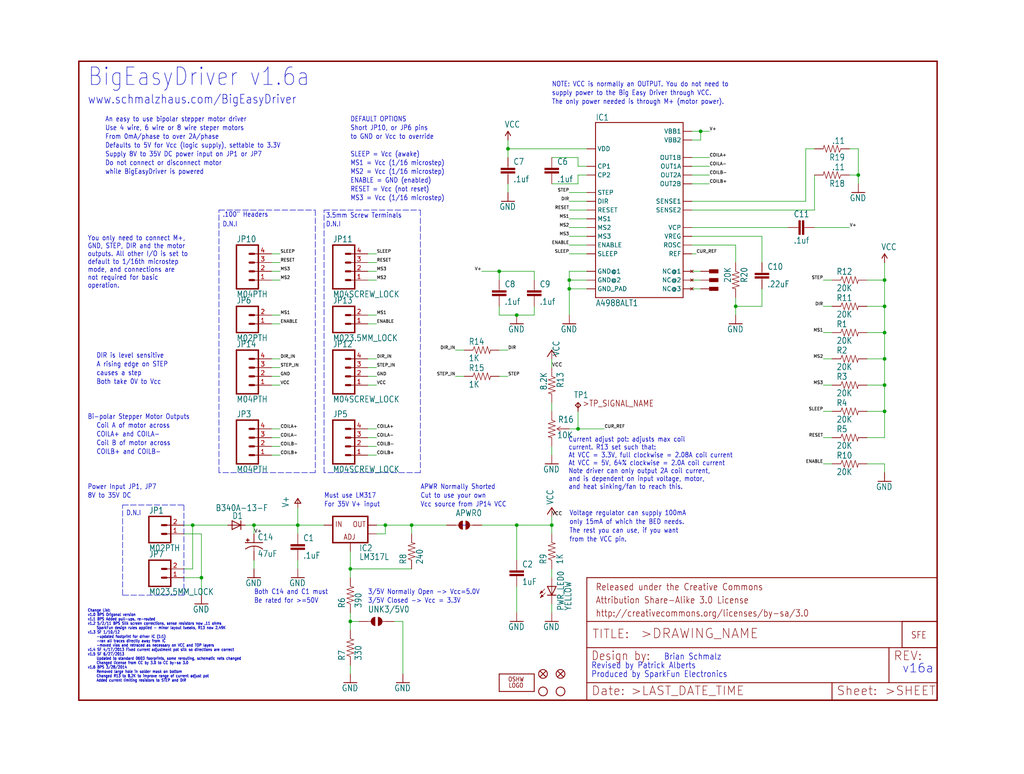
<source format=kicad_sch>
(kicad_sch (version 20211123) (generator eeschema)
  (paper "User" 297.002 224.688)
  (junction (at 256.54 104.14))
  (junction (at 165.1 81.28))
  (junction (at 167.64 124.46))
  (junction (at 73.66 152.4))
  (junction (at 256.54 119.38))
  (junction (at 55.88 152.4))
  (junction (at 165.1 83.82))
  (junction (at 58.42 167.64))
  (junction (at 101.6 180.34))
  (junction (at 256.54 81.28))
  (junction (at 248.92 50.8))
  (junction (at 256.54 88.9))
  (junction (at 119.38 152.4))
  (junction (at 160.02 152.4))
  (junction (at 149.86 152.4))
  (junction (at 101.6 165.1))
  (junction (at 203.2 38.1))
  (junction (at 86.36 152.4))
  (junction (at 256.54 96.52))
  (junction (at 256.54 111.76))
  (junction (at 111.76 152.4))
  (junction (at 149.86 91.44))
  (junction (at 213.36 88.9))
  (junction (at 147.32 43.18))
  (junction (at 144.78 78.74))
  (wire (pts (xy 167.64 124.46) (xy 175.26 124.46)))
  (wire (pts (xy 101.6 165.1) (xy 101.6 167.64)))
  (wire (pts (xy 200.66 68.58) (xy 220.98 68.58)))
  (wire (pts (xy 144.78 81.28) (xy 144.78 78.74)))
  (wire (pts (xy 203.2 40.64) (xy 203.2 38.1)))
  (wire (pts (xy 149.86 91.44) (xy 154.94 91.44)))
  (wire (pts (xy 170.18 60.96) (xy 165.1 60.96)))
  (wire (pts (xy 101.6 182.88) (xy 101.6 180.34)))
  (wire (pts (xy 106.68 129.54) (xy 109.22 129.54)))
  (polyline (pts (xy 91.44 137.16) (xy 63.5 137.16)))
  (wire (pts (xy 101.6 193.04) (xy 101.6 195.58)))
  (wire (pts (xy 233.68 58.42) (xy 233.68 43.18)))
  (wire (pts (xy 251.46 119.38) (xy 256.54 119.38)))
  (wire (pts (xy 170.18 48.26) (xy 167.64 48.26)))
  (wire (pts (xy 170.18 81.28) (xy 165.1 81.28)))
  (wire (pts (xy 71.12 152.4) (xy 73.66 152.4)))
  (wire (pts (xy 167.64 45.72) (xy 160.02 45.72)))
  (wire (pts (xy 106.68 106.68) (xy 109.22 106.68)))
  (wire (pts (xy 106.68 127) (xy 109.22 127)))
  (wire (pts (xy 55.88 152.4) (xy 66.04 152.4)))
  (wire (pts (xy 53.34 167.64) (xy 58.42 167.64)))
  (wire (pts (xy 200.66 81.28) (xy 203.2 81.28)))
  (wire (pts (xy 241.3 111.76) (xy 238.76 111.76)))
  (wire (pts (xy 165.1 78.74) (xy 165.1 81.28)))
  (polyline (pts (xy 35.56 146.558) (xy 53.34 146.558)))
  (wire (pts (xy 106.68 81.28) (xy 109.22 81.28)))
  (wire (pts (xy 78.74 111.76) (xy 81.28 111.76)))
  (wire (pts (xy 55.88 152.4) (xy 53.34 152.4)))
  (wire (pts (xy 119.38 152.4) (xy 119.38 154.94)))
  (polyline (pts (xy 121.92 60.96) (xy 121.92 137.16)))
  (wire (pts (xy 251.46 81.28) (xy 256.54 81.28)))
  (wire (pts (xy 147.32 43.18) (xy 170.18 43.18)))
  (polyline (pts (xy 93.98 137.16) (xy 93.98 60.96)))
  (wire (pts (xy 55.88 165.1) (xy 55.88 152.4)))
  (wire (pts (xy 106.68 124.46) (xy 109.22 124.46)))
  (wire (pts (xy 81.28 129.54) (xy 78.74 129.54)))
  (wire (pts (xy 81.28 127) (xy 78.74 127)))
  (wire (pts (xy 251.46 96.52) (xy 256.54 96.52)))
  (wire (pts (xy 149.86 152.4) (xy 149.86 162.56)))
  (wire (pts (xy 73.66 162.56) (xy 73.66 165.1)))
  (wire (pts (xy 101.6 180.34) (xy 101.6 177.8)))
  (polyline (pts (xy 93.98 60.96) (xy 121.92 60.96)))
  (wire (pts (xy 134.62 109.22) (xy 132.08 109.22)))
  (wire (pts (xy 109.22 152.4) (xy 111.76 152.4)))
  (wire (pts (xy 246.38 50.8) (xy 248.92 50.8)))
  (wire (pts (xy 200.66 45.72) (xy 205.74 45.72)))
  (wire (pts (xy 160.02 149.86) (xy 160.02 152.4)))
  (wire (pts (xy 241.3 88.9) (xy 238.76 88.9)))
  (polyline (pts (xy 121.92 137.16) (xy 93.98 137.16)))
  (wire (pts (xy 251.46 127) (xy 256.54 127)))
  (wire (pts (xy 256.54 96.52) (xy 256.54 88.9)))
  (wire (pts (xy 200.66 78.74) (xy 203.2 78.74)))
  (wire (pts (xy 78.74 93.98) (xy 81.28 93.98)))
  (wire (pts (xy 144.78 101.6) (xy 147.32 101.6)))
  (wire (pts (xy 111.76 152.4) (xy 119.38 152.4)))
  (wire (pts (xy 251.46 88.9) (xy 256.54 88.9)))
  (wire (pts (xy 144.78 91.44) (xy 149.86 91.44)))
  (polyline (pts (xy 63.5 60.96) (xy 91.44 60.96)))
  (wire (pts (xy 78.74 76.2) (xy 81.28 76.2)))
  (wire (pts (xy 78.74 81.28) (xy 81.28 81.28)))
  (polyline (pts (xy 53.34 146.558) (xy 53.34 172.72)))
  (wire (pts (xy 170.18 73.66) (xy 165.1 73.66)))
  (polyline (pts (xy 53.34 172.72) (xy 35.56 172.72)))
  (wire (pts (xy 200.66 83.82) (xy 203.2 83.82)))
  (wire (pts (xy 111.76 154.94) (xy 111.76 152.4)))
  (wire (pts (xy 241.3 96.52) (xy 238.76 96.52)))
  (wire (pts (xy 58.42 167.64) (xy 58.42 154.94)))
  (wire (pts (xy 251.46 134.62) (xy 256.54 134.62)))
  (wire (pts (xy 106.68 73.66) (xy 109.22 73.66)))
  (wire (pts (xy 86.36 165.1) (xy 86.36 162.56)))
  (wire (pts (xy 160.02 132.08) (xy 160.02 129.54)))
  (wire (pts (xy 203.2 38.1) (xy 205.74 38.1)))
  (wire (pts (xy 251.46 111.76) (xy 256.54 111.76)))
  (wire (pts (xy 167.64 50.8) (xy 167.64 53.34)))
  (wire (pts (xy 251.46 104.14) (xy 256.54 104.14)))
  (wire (pts (xy 248.92 50.8) (xy 248.92 53.34)))
  (wire (pts (xy 256.54 88.9) (xy 256.54 81.28)))
  (wire (pts (xy 109.22 154.94) (xy 111.76 154.94)))
  (wire (pts (xy 236.22 60.96) (xy 236.22 50.8)))
  (wire (pts (xy 149.86 170.18) (xy 149.86 177.8)))
  (wire (pts (xy 81.28 124.46) (xy 78.74 124.46)))
  (wire (pts (xy 256.54 119.38) (xy 256.54 111.76)))
  (wire (pts (xy 256.54 127) (xy 256.54 119.38)))
  (wire (pts (xy 200.66 60.96) (xy 236.22 60.96)))
  (wire (pts (xy 200.66 40.64) (xy 203.2 40.64)))
  (wire (pts (xy 147.32 53.34) (xy 147.32 55.88)))
  (wire (pts (xy 205.74 50.8) (xy 200.66 50.8)))
  (polyline (pts (xy 35.56 172.72) (xy 35.56 146.558)))
  (wire (pts (xy 200.66 66.04) (xy 228.6 66.04)))
  (wire (pts (xy 78.74 91.44) (xy 81.28 91.44)))
  (polyline (pts (xy 91.44 60.96) (xy 91.44 137.16)))
  (wire (pts (xy 160.02 165.1) (xy 160.02 167.64)))
  (wire (pts (xy 160.02 175.26) (xy 160.02 177.8)))
  (wire (pts (xy 170.18 71.12) (xy 165.1 71.12)))
  (wire (pts (xy 256.54 104.14) (xy 256.54 96.52)))
  (wire (pts (xy 106.68 78.74) (xy 109.22 78.74)))
  (wire (pts (xy 248.92 43.18) (xy 248.92 50.8)))
  (wire (pts (xy 200.66 73.66) (xy 201.93 73.66)))
  (wire (pts (xy 106.68 104.14) (xy 109.22 104.14)))
  (wire (pts (xy 256.54 81.28) (xy 256.54 76.2)))
  (wire (pts (xy 144.78 109.22) (xy 147.32 109.22)))
  (wire (pts (xy 86.36 152.4) (xy 93.98 152.4)))
  (wire (pts (xy 167.64 48.26) (xy 167.64 45.72)))
  (wire (pts (xy 170.18 58.42) (xy 165.1 58.42)))
  (wire (pts (xy 233.68 43.18) (xy 236.22 43.18)))
  (wire (pts (xy 78.74 73.66) (xy 81.28 73.66)))
  (wire (pts (xy 167.64 53.34) (xy 160.02 53.34)))
  (wire (pts (xy 86.36 154.94) (xy 86.36 152.4)))
  (wire (pts (xy 213.36 71.12) (xy 213.36 76.2)))
  (wire (pts (xy 73.66 152.4) (xy 86.36 152.4)))
  (wire (pts (xy 236.22 66.04) (xy 246.38 66.04)))
  (wire (pts (xy 53.34 165.1) (xy 55.88 165.1)))
  (wire (pts (xy 119.38 152.4) (xy 129.54 152.4)))
  (wire (pts (xy 104.14 180.34) (xy 101.6 180.34)))
  (wire (pts (xy 106.68 91.44) (xy 109.22 91.44)))
  (wire (pts (xy 144.78 78.74) (xy 139.7 78.74)))
  (wire (pts (xy 106.68 76.2) (xy 109.22 76.2)))
  (wire (pts (xy 241.3 119.38) (xy 238.76 119.38)))
  (wire (pts (xy 165.1 83.82) (xy 165.1 91.44)))
  (wire (pts (xy 73.66 154.94) (xy 73.66 152.4)))
  (wire (pts (xy 78.74 109.22) (xy 81.28 109.22)))
  (wire (pts (xy 220.98 88.9) (xy 213.36 88.9)))
  (wire (pts (xy 200.66 48.26) (xy 205.74 48.26)))
  (wire (pts (xy 220.98 83.82) (xy 220.98 88.9)))
  (wire (pts (xy 165.1 124.46) (xy 167.64 124.46)))
  (wire (pts (xy 205.74 53.34) (xy 200.66 53.34)))
  (wire (pts (xy 106.68 111.76) (xy 109.22 111.76)))
  (wire (pts (xy 160.02 152.4) (xy 149.86 152.4)))
  (wire (pts (xy 134.62 101.6) (xy 132.08 101.6)))
  (wire (pts (xy 147.32 40.64) (xy 147.32 43.18)))
  (wire (pts (xy 154.94 78.74) (xy 154.94 81.28)))
  (wire (pts (xy 106.68 93.98) (xy 109.22 93.98)))
  (polyline (pts (xy 63.5 137.16) (xy 63.5 60.96)))
  (wire (pts (xy 170.18 66.04) (xy 165.1 66.04)))
  (wire (pts (xy 78.74 106.68) (xy 81.28 106.68)))
  (wire (pts (xy 114.3 180.34) (xy 116.84 180.34)))
  (wire (pts (xy 170.18 78.74) (xy 165.1 78.74)))
  (wire (pts (xy 246.38 43.18) (xy 248.92 43.18)))
  (wire (pts (xy 200.66 38.1) (xy 203.2 38.1)))
  (wire (pts (xy 58.42 154.94) (xy 53.34 154.94)))
  (wire (pts (xy 165.1 81.28) (xy 165.1 83.82)))
  (wire (pts (xy 101.6 160.02) (xy 101.6 165.1)))
  (wire (pts (xy 170.18 55.88) (xy 165.1 55.88)))
  (wire (pts (xy 144.78 88.9) (xy 144.78 91.44)))
  (wire (pts (xy 220.98 68.58) (xy 220.98 76.2)))
  (wire (pts (xy 200.66 58.42) (xy 233.68 58.42)))
  (wire (pts (xy 170.18 63.5) (xy 165.1 63.5)))
  (wire (pts (xy 86.36 152.4) (xy 86.36 147.32)))
  (wire (pts (xy 213.36 86.36) (xy 213.36 88.9)))
  (wire (pts (xy 241.3 127) (xy 238.76 127)))
  (wire (pts (xy 160.02 152.4) (xy 160.02 154.94)))
  (wire (pts (xy 106.68 132.08) (xy 109.22 132.08)))
  (wire (pts (xy 256.54 134.62) (xy 256.54 137.16)))
  (wire (pts (xy 78.74 78.74) (xy 81.28 78.74)))
  (wire (pts (xy 241.3 104.14) (xy 238.76 104.14)))
  (wire (pts (xy 147.32 45.72) (xy 147.32 43.18)))
  (wire (pts (xy 160.02 116.84) (xy 160.02 119.38)))
  (wire (pts (xy 241.3 81.28) (xy 238.76 81.28)))
  (wire (pts (xy 144.78 78.74) (xy 154.94 78.74)))
  (wire (pts (xy 256.54 111.76) (xy 256.54 104.14)))
  (wire (pts (xy 58.42 167.64) (xy 58.42 172.72)))
  (wire (pts (xy 78.74 104.14) (xy 81.28 104.14)))
  (wire (pts (xy 119.38 165.1) (xy 101.6 165.1)))
  (wire (pts (xy 213.36 88.9) (xy 213.36 91.44)))
  (wire (pts (xy 241.3 134.62) (xy 238.76 134.62)))
  (wire (pts (xy 81.28 132.08) (xy 78.74 132.08)))
  (wire (pts (xy 116.84 180.34) (xy 116.84 195.58)))
  (polyline (pts (xy 134.112 152.4) (xy 135.128 152.4)))
  (wire (pts (xy 106.68 109.22) (xy 109.22 109.22)))
  (wire (pts (xy 200.66 71.12) (xy 213.36 71.12)))
  (wire (pts (xy 167.64 124.46) (xy 167.64 119.38)))
  (wire (pts (xy 154.94 91.44) (xy 154.94 88.9)))
  (wire (pts (xy 170.18 83.82) (xy 165.1 83.82)))
  (wire (pts (xy 170.18 68.58) (xy 165.1 68.58)))
  (wire (pts (xy 160.02 106.68) (xy 160.02 104.14)))
  (wire (pts (xy 139.7 152.4) (xy 149.86 152.4)))
  (wire (pts (xy 170.18 50.8) (xy 167.64 50.8)))
  (text "v16a" (at 261.62 195.58 180) (effects (font (size 2.54 2.54)) (justify left bottom)))
  (text "Updated to standard 0603 foorprints, some rerouting, schematic nets changed" (at 27.94 191.77 0) (effects (font (size 0.8128 0.6908)) (justify left bottom)))
  (text "NOTE: VCC is normally an OUTPUT. You do not need to" (at 160.02 25.4 0) (effects (font (size 1.4224 1.209)) (justify left bottom)))
  (text "3/5V Normally Open -> Vcc=5.0V" (at 106.68 172.72 180) (effects (font (size 1.4224 1.209)) (justify left bottom)))
  (text "MS2 = Vcc (1/16 microstep)" (at 101.6 50.8 180) (effects (font (size 1.4224 1.209)) (justify left bottom)))
  (text "SLEEP = Vcc (awake)" (at 101.6 45.72 180) (effects (font (size 1.4224 1.209)) (justify left bottom)))
  (text "APWR Normally Shorted" (at 121.92 142.24 180) (effects (font (size 1.4224 1.209)) (justify left bottom)))
  (text "only 15mA of which the BED needs." (at 165.1 152.4 180) (effects (font (size 1.4224 1.209)) (justify left bottom)))
  (text "Brian Schmalz" (at 192.532 191.77 180) (effects (font (size 1.778 1.5113)) (justify left bottom)))
  (text "D.N.I" (at 94.488 66.04 180) (effects (font (size 1.4224 1.209)) (justify left bottom)))
  (text "Bi-polar Stepper Motor Outputs" (at 25.4 121.92 180) (effects (font (size 1.4224 1.209)) (justify left bottom)))
  (text "v1.3 SF 1/10/12" (at 25.4 184.15 180) (effects (font (size 0.8128 0.6908)) (justify left bottom)))
  (text "v1.6 BPS 3/28/2014" (at 25.4 194.31 180) (effects (font (size 0.8128 0.6908)) (justify left bottom)))
  (text "Revised by Patrick Alberts" (at 171.45 194.31 180) (effects (font (size 1.778 1.5113)) (justify left bottom)))
  (text "BigEasyDriver v1.6a" (at 25.4 25.4 180) (effects (font (size 5.08 4.318)) (justify left bottom)))
  (text "Both C14 and C1 must" (at 73.66 172.72 180) (effects (font (size 1.4224 1.209)) (justify left bottom)))
  (text "D.N.I" (at 64.516 66.04 180) (effects (font (size 1.4224 1.209)) (justify left bottom)))
  (text "Changed R13 to 8.2K to improve range of current adjust pot" (at 27.94 196.85 0) (effects (font (size 0.8128 0.6908)) (justify left bottom)))
  (text "Both take 0V to Vcc" (at 27.94 111.76 180) (effects (font (size 1.4224 1.209)) (justify left bottom)))
  (text "COILB+ and COILB-" (at 27.94 132.08 180) (effects (font (size 1.4224 1.209)) (justify left bottom)))
  (text "A rising edge on STEP" (at 27.94 106.68 180) (effects (font (size 1.4224 1.209)) (justify left bottom)))
  (text "RESET = Vcc (not reset)" (at 101.6 55.88 180) (effects (font (size 1.4224 1.209)) (justify left bottom)))
  (text "Change List:" (at 25.4 177.8 180) (effects (font (size 0.8128 0.6908)) (justify left bottom)))
  (text "COILA+ and COILA-" (at 27.94 127 180) (effects (font (size 1.4224 1.209)) (justify left bottom)))
  (text "-ran all traces directly away from IC" (at 27.94 186.69 180) (effects (font (size 0.8128 0.6908)) (justify left bottom)))
  (text "The only power needed is through M+ (motor power)." (at 160.02 30.48 0) (effects (font (size 1.4224 1.209)) (justify left bottom)))
  (text "Coil B of motor across" (at 27.94 129.54 180) (effects (font (size 1.4224 1.209)) (justify left bottom)))
  (text "The rest you can use, if you want" (at 165.1 154.94 180) (effects (font (size 1.4224 1.209)) (justify left bottom)))
  (text "www.schmalzhaus.com/BigEasyDriver" (at 25.4 30.48 180) (effects (font (size 2.54 2.159)) (justify left bottom)))
  (text "From 0mA/phase to over 2A/phase" (at 30.48 40.64 180) (effects (font (size 1.4224 1.209)) (justify left bottom)))
  (text "Removed large hole in solder mask on bottom" (at 27.94 195.58 180) (effects (font (size 0.8128 0.6908)) (justify left bottom)))
  (text "while BigEasyDriver is powered" (at 30.48 50.8 180) (effects (font (size 1.4224 1.209)) (justify left bottom)))
  (text "Cut to use your own" (at 121.92 144.78 180) (effects (font (size 1.4224 1.209)) (justify left bottom)))
  (text "Supply 8V to 35V DC power input on JP1 or JP7" (at 30.48 45.72 180) (effects (font (size 1.4224 1.209)) (justify left bottom)))
  (text "Produced by SparkFun Electronics" (at 171.45 196.85 180) (effects (font (size 1.778 1.5113)) (justify left bottom)))
  (text "Be rated for >=50V" (at 73.66 175.26 180) (effects (font (size 1.4224 1.209)) (justify left bottom)))
  (text "MS3 = Vcc (1/16 microstep)" (at 101.6 58.42 180) (effects (font (size 1.4224 1.209)) (justify left bottom)))
  (text "Defaults to 5V for Vcc (logic supply), settable to 3.3V" (at 30.48 43.18 0) (effects (font (size 1.4224 1.209)) (justify left bottom)))
  (text "Voltage regulator can supply 100mA" (at 165.1 149.86 180) (effects (font (size 1.4224 1.209)) (justify left bottom)))
  (text "v1.1 BPS Added pull-ups, re-routed" (at 25.4 180.34 180) (effects (font (size 0.8128 0.6908)) (justify left bottom)))
  (text "from the VCC pin." (at 165.1 157.48 180) (effects (font (size 1.4224 1.209)) (justify left bottom)))
  (text "Current adjust pot: adjusts max coil\ncurrent. R13 set such that:\nAt VCC = 3.3V, full clockwise = 2.08A coil current\nAt VCC = 5V, 64% clockwise = 2.0A coil current\nNote driver can only output 2A coil current,\nand is dependent on input voltage, motor,\nand heat sinking/fan to reach this." (at 164.846 142.24 0) (effects (font (size 1.4224 1.209)) (justify left bottom)))
  (text "Vcc source from JP14 VCC" (at 121.92 147.32 180) (effects (font (size 1.4224 1.209)) (justify left bottom)))
  (text "-updated footprint for driver IC (1:1)" (at 27.94 185.42 180) (effects (font (size 0.8128 0.6908)) (justify left bottom)))
  (text "Short JP10, or JP6 pins" (at 101.6 38.1 180) (effects (font (size 1.4224 1.209)) (justify left bottom)))
  (text "D.N.I" (at 36.576 149.86 180) (effects (font (size 1.4224 1.209)) (justify left bottom)))
  (text "An easy to use bipolar stepper motor driver" (at 30.48 35.56 180) (effects (font (size 1.4224 1.209)) (justify left bottom)))
  (text "8V to 35V DC" (at 25.4 144.78 180) (effects (font (size 1.4224 1.209)) (justify left bottom)))
  (text "You only need to connect M+,\nGND, STEP, DIR and the motor\noutputs. All other I/O is set to\ndefault to 1/16th microstep\nmode, and connections are\nnot required for basic\noperation." (at 25.4 83.82 0) (effects (font (size 1.4224 1.209)) (justify left bottom)))
  (text "DIR is level sensitive" (at 27.94 104.14 180) (effects (font (size 1.4224 1.209)) (justify left bottom)))
  (text "-moved vias and retraced as necessary on VCC and TOP layers" (at 27.94 187.96 0) (effects (font (size 0.8128 0.6908)) (justify left bottom)))
  (text "supply power to the Big Easy Driver through VCC." (at 160.02 27.94 180) (effects (font (size 1.4224 1.209)) (justify left bottom)))
  (text "3.5mm Screw Terminals" (at 94.488 63.5 180) (effects (font (size 1.4224 1.209)) (justify left bottom)))
  (text "Power Input JP1, JP7" (at 25.4 142.24 180) (effects (font (size 1.4224 1.209)) (justify left bottom)))
  (text "3/5V Closed -> Vcc = 3.3V" (at 106.68 175.26 180) (effects (font (size 1.4224 1.209)) (justify left bottom)))
  (text "v1.0 BPS Origonal version" (at 25.4 179.07 180) (effects (font (size 0.8128 0.6908)) (justify left bottom)))
  (text "SparkFun design rules applied - minor layout tweaks, R13 now 2.49K" (at 27.94 182.88 0) (effects (font (size 0.8128 0.6908)) (justify left bottom)))
  (text "ENABLE = GND (enabled)" (at 101.6 53.34 180) (effects (font (size 1.4224 1.209)) (justify left bottom)))
  (text "to GND or Vcc to override" (at 101.6 40.64 180) (effects (font (size 1.4224 1.209)) (justify left bottom)))
  (text "DEFAULT OPTIONS" (at 101.6 35.56 180) (effects (font (size 1.4224 1.209)) (justify left bottom)))
  (text "Use 4 wire, 6 wire or 8 wire steper motors" (at 30.48 38.1 180) (effects (font (size 1.4224 1.209)) (justify left bottom)))
  (text "Added current limiting resistors to STEP and DIR" (at 27.94 198.12 180) (effects (font (size 0.8128 0.6908)) (justify left bottom)))
  (text "Coil A of motor across" (at 27.94 124.46 180) (effects (font (size 1.4224 1.209)) (justify left bottom)))
  (text "For 35V V+ input" (at 93.98 147.32 180) (effects (font (size 1.4224 1.209)) (justify left bottom)))
  (text "causes a step" (at 27.94 109.22 180) (effects (font (size 1.4224 1.209)) (justify left bottom)))
  (text "v1.5 SF 6/27/2013" (at 25.4 190.5 180) (effects (font (size 0.8128 0.6908)) (justify left bottom)))
  (text "v1.2 5/2/11 BPS Silk screen corrections, sense resistors now .11 ohms" (at 25.4 181.61 0) (effects (font (size 0.8128 0.6908)) (justify left bottom)))
  (text ".100\" Headers" (at 64.516 63.246 180) (effects (font (size 1.4224 1.209)) (justify left bottom)))
  (text "Must use LM317" (at 93.98 144.78 180) (effects (font (size 1.4224 1.209)) (justify left bottom)))
  (text "v1.4 SF 4/17/2013 Fixed current adjustment pot silk so directions are correct" (at 25.4 189.23 0) (effects (font (size 0.8128 0.6908)) (justify left bottom)))
  (text "Changed license from CC by 3.0 to CC by-sa 3.0" (at 27.94 193.04 180) (effects (font (size 0.8128 0.6908)) (justify left bottom)))
  (text "MS1 = Vcc (1/16 microstep)" (at 101.6 48.26 180) (effects (font (size 1.4224 1.209)) (justify left bottom)))
  (text "Do not connect or disconnect motor" (at 30.48 48.26 180) (effects (font (size 1.4224 1.209)) (justify left bottom)))
  (label "V+" (at 139.7 78.74 180) (effects (font (size 0.889 0.889))))
  (label "CUR_REF" (at 201.93 73.66 0) (effects (font (size 0.889 0.889))))
  (label "VCC" (at 81.28 111.76 0) (effects (font (size 0.889 0.889))))
  (label "MS2" (at 81.28 81.28 0) (effects (font (size 0.889 0.889))))
  (label "COILA-" (at 81.28 127 0) (effects (font (size 0.889 0.889))))
  (label "COILB+" (at 205.74 53.34 0) (effects (font (size 0.889 0.889))))
  (label "CUR_REF" (at 175.26 124.46 0) (effects (font (size 0.889 0.889))))
  (label "COILA-" (at 205.74 48.26 0) (effects (font (size 0.889 0.889))))
  (label "COILB+" (at 109.22 132.08 0) (effects (font (size 0.889 0.889))))
  (label "GND" (at 109.22 109.22 0) (effects (font (size 0.889 0.889))))
  (label "COILB+" (at 81.28 132.08 0) (effects (font (size 0.889 0.889))))
  (label "MS3" (at 81.28 78.74 0) (effects (font (size 0.889 0.889))))
  (label "STEP" (at 147.32 109.22 0) (effects (font (size 0.889 0.889))))
  (label "VCC" (at 109.22 111.76 0) (effects (font (size 0.889 0.889))))
  (label "COILA+" (at 81.28 124.46 0) (effects (font (size 0.889 0.889))))
  (label "ENABLE" (at 81.28 93.98 0) (effects (font (size 0.889 0.889))))
  (label "V+" (at 205.74 38.1 0) (effects (font (size 0.889 0.889))))
  (label "MS1" (at 109.22 91.44 0) (effects (font (size 0.889 0.889))))
  (label "MS3" (at 109.22 78.74 0) (effects (font (size 0.889 0.889))))
  (label "DIR" (at 147.32 101.6 0) (effects (font (size 0.889 0.889))))
  (label "DIR_IN" (at 109.22 104.14 0) (effects (font (size 0.889 0.889))))
  (label "ENABLE" (at 109.22 93.98 0) (effects (font (size 0.889 0.889))))
  (label "COILA+" (at 205.74 45.72 0) (effects (font (size 0.889 0.889))))
  (label "COILA-" (at 109.22 127 0) (effects (font (size 0.889 0.889))))
  (label "COILA+" (at 109.22 124.46 0) (effects (font (size 0.889 0.889))))
  (label "SLEEP" (at 109.22 73.66 0) (effects (font (size 0.889 0.889))))
  (label "STEP_IN" (at 81.28 106.68 0) (effects (font (size 0.889 0.889))))
  (label "DIR" (at 238.76 88.9 180) (effects (font (size 0.889 0.889))))
  (label "COILB-" (at 205.74 50.8 0) (effects (font (size 0.889 0.889))))
  (label "SLEEP" (at 165.1 73.66 180) (effects (font (size 0.889 0.889))))
  (label "STEP_IN" (at 132.08 109.22 180) (effects (font (size 0.889 0.889))))
  (label "RESET" (at 238.76 127 180) (effects (font (size 0.889 0.889))))
  (label "DIR_IN" (at 81.28 104.14 0) (effects (font (size 0.889 0.889))))
  (label "MS2" (at 238.76 104.14 180) (effects (font (size 0.889 0.889))))
  (label "RESET" (at 109.22 76.2 0) (effects (font (size 0.889 0.889))))
  (label "MS1" (at 81.28 91.44 0) (effects (font (size 0.889 0.889))))
  (label "ENABLE" (at 165.1 71.12 180) (effects (font (size 0.889 0.889))))
  (label "VCC" (at 160.02 106.68 0) (effects (font (size 1.016 1.016))))
  (label "VCC" (at 160.02 149.86 0) (effects (font (size 1.016 1.016))))
  (label "V+" (at 246.38 66.04 0) (effects (font (size 0.889 0.889))))
  (label "COILB-" (at 81.28 129.54 0) (effects (font (size 0.889 0.889))))
  (label "ENABLE" (at 238.76 134.62 180) (effects (font (size 0.889 0.889))))
  (label "RESET" (at 165.1 60.96 180) (effects (font (size 0.889 0.889))))
  (label "STEP" (at 238.76 81.28 180) (effects (font (size 0.889 0.889))))
  (label "SLEEP" (at 81.28 73.66 0) (effects (font (size 0.889 0.889))))
  (label "MS2" (at 109.22 81.28 0) (effects (font (size 0.889 0.889))))
  (label "COILB-" (at 109.22 129.54 0) (effects (font (size 0.889 0.889))))
  (label "SLEEP" (at 238.76 119.38 180) (effects (font (size 0.889 0.889))))
  (label "MS1" (at 165.1 63.5 180) (effects (font (size 0.889 0.889))))
  (label "MS3" (at 238.76 111.76 180) (effects (font (size 0.889 0.889))))
  (label "DIR_IN" (at 132.08 101.6 180) (effects (font (size 0.889 0.889))))
  (label "STEP" (at 165.1 55.88 180) (effects (font (size 0.889 0.889))))
  (label "DIR" (at 165.1 58.42 180) (effects (font (size 0.889 0.889))))
  (label "GND" (at 81.28 109.22 0) (effects (font (size 0.889 0.889))))
  (label "MS3" (at 165.1 68.58 180) (effects (font (size 0.889 0.889))))
  (label "MS2" (at 165.1 66.04 180) (effects (font (size 0.889 0.889))))
  (label "STEP_IN" (at 109.22 106.68 0) (effects (font (size 0.889 0.889))))
  (label "MS1" (at 238.76 96.52 180) (effects (font (size 0.889 0.889))))
  (label "V+" (at 73.66 154.94 0) (effects (font (size 1.016 1.016))))
  (label "RESET" (at 81.28 76.2 0) (effects (font (size 0.889 0.889))))
  (symbol (lib_id "eagleSchem-eagle-import:GND") (at 86.36 167.64 0) (unit 1)
    (property "Reference" "#GND9" (effects hide))
    (property "Value" "GND" (at 83.82 170.18 0) (effects (font (size 1.778 1.5113)) (justify left bottom)))
    (property "Footprint" "eagleSchem:" (effects hide))
  )
  (symbol (lib_id "eagleSchem-eagle-import:47UF-50V-20%(ELECT)") (at 73.66 157.48 0) (unit 1)
    (property "Reference" "C14" (at 74.676 156.845 0) (effects (font (size 1.778 1.5113)) (justify left bottom)))
    (property "Value" "47uF" (at 74.676 161.671 0) (effects (font (size 1.778 1.5113)) (justify left bottom)))
    (property "Footprint" "eagleSchem:PANASONIC_D" (effects hide))
  )
  (symbol (lib_id "eagleSchem-eagle-import:1KOHM1{slash}10W1%(0603)") (at 139.7 101.6 0) (unit 1)
    (property "Reference" "R14" (at 135.89 100.1014 0) (effects (font (size 1.778 1.5113)) (justify left bottom)))
    (property "Value" "1K" (at 135.89 104.902 0) (effects (font (size 1.778 1.5113)) (justify left bottom)))
    (property "Footprint" "eagleSchem:0603-RES" (effects hide))
  )
  (symbol (lib_id "eagleSchem-eagle-import:GND") (at 101.6 198.12 0) (unit 1)
    (property "Reference" "#GND15" (effects hide))
    (property "Value" "GND" (at 99.06 200.66 0) (effects (font (size 1.778 1.5113)) (justify left bottom)))
    (property "Footprint" "eagleSchem:" (effects hide))
  )
  (symbol (lib_id "eagleSchem-eagle-import:GND") (at 58.42 175.26 0) (unit 1)
    (property "Reference" "#GND4" (effects hide))
    (property "Value" "GND" (at 55.88 177.8 0) (effects (font (size 1.778 1.5113)) (justify left bottom)))
    (property "Footprint" "eagleSchem:" (effects hide))
  )
  (symbol (lib_id "eagleSchem-eagle-import:SOLDERJUMPERTRACE") (at 134.62 152.4 0) (unit 1)
    (property "Reference" "APWR0" (at 132.08 149.86 0) (effects (font (size 1.778 1.5113)) (justify left bottom)))
    (property "Value" "SOLDERJUMPERTRACE" (effects hide))
    (property "Footprint" "eagleSchem:SJ_2S-TRACE" (effects hide))
  )
  (symbol (lib_id "eagleSchem-eagle-import:1KOHM1{slash}10W1%(0603)") (at 160.02 160.02 90) (unit 1)
    (property "Reference" "R9" (at 158.5214 163.83 0) (effects (font (size 1.778 1.5113)) (justify left bottom)))
    (property "Value" "1K" (at 163.322 163.83 0) (effects (font (size 1.778 1.5113)) (justify left bottom)))
    (property "Footprint" "eagleSchem:0603-RES" (effects hide))
  )
  (symbol (lib_id "eagleSchem-eagle-import:20KOHM1{slash}10W5%(0603)") (at 246.38 104.14 0) (unit 1)
    (property "Reference" "R2" (at 242.57 102.6414 0) (effects (font (size 1.778 1.5113)) (justify left bottom)))
    (property "Value" "20K" (at 242.57 107.442 0) (effects (font (size 1.778 1.5113)) (justify left bottom)))
    (property "Footprint" "eagleSchem:0603-RES" (effects hide))
  )
  (symbol (lib_id "eagleSchem-eagle-import:+5V") (at 160.02 147.32 0) (unit 1)
    (property "Reference" "#P+4" (effects hide))
    (property "Value" "VCC" (at 160.528 146.558 90) (effects (font (size 1.778 1.5113)) (justify left bottom)))
    (property "Footprint" "eagleSchem:" (effects hide))
  )
  (symbol (lib_id "eagleSchem-eagle-import:PAD") (at 208.28 83.82 0) (unit 1)
    (property "Reference" "U$5" (effects hide))
    (property "Value" "PAD" (effects hide))
    (property "Footprint" "eagleSchem:PAD-0.008" (effects hide))
  )
  (symbol (lib_id "eagleSchem-eagle-import:M023.5MM_LOCK") (at 45.72 167.64 0) (unit 1)
    (property "Reference" "JP7" (at 43.18 161.798 0) (effects (font (size 1.778 1.5113)) (justify left bottom)))
    (property "Value" "M023.5MM_LOCK" (at 43.18 172.72 0) (effects (font (size 1.778 1.5113)) (justify left bottom)))
    (property "Footprint" "eagleSchem:SCREWTERMINAL-3.5MM-2_LOCK" (effects hide))
  )
  (symbol (lib_id "eagleSchem-eagle-import:OSHW_LOGO_FILLX0100-NT") (at 149.86 198.12 0) (unit 1)
    (property "Reference" "LOGO1" (effects hide))
    (property "Value" "OSHW_LOGO_FILLX0100-NT" (effects hide))
    (property "Footprint" "eagleSchem:OSHW_FILLX100_NOTEXT" (effects hide))
  )
  (symbol (lib_id "eagleSchem-eagle-import:M04PTH") (at 73.66 109.22 0) (unit 1)
    (property "Reference" "JP14" (at 68.58 100.838 0) (effects (font (size 1.778 1.5113)) (justify left bottom)))
    (property "Value" "M04PTH" (at 68.58 116.84 0) (effects (font (size 1.778 1.5113)) (justify left bottom)))
    (property "Footprint" "eagleSchem:1X04" (effects hide))
  )
  (symbol (lib_id "eagleSchem-eagle-import:1.0UF-16V-10%(0603)") (at 149.86 167.64 0) (unit 1)
    (property "Reference" "C2" (at 151.384 164.719 0) (effects (font (size 1.778 1.5113)) (justify left bottom)))
    (property "Value" "1uF" (at 151.384 169.799 0) (effects (font (size 1.778 1.5113)) (justify left bottom)))
    (property "Footprint" "eagleSchem:0603-CAP" (effects hide))
  )
  (symbol (lib_id "eagleSchem-eagle-import:20KOHM1{slash}10W5%(0603)") (at 246.38 119.38 0) (unit 1)
    (property "Reference" "R4" (at 242.57 117.8814 0) (effects (font (size 1.778 1.5113)) (justify left bottom)))
    (property "Value" "20K" (at 242.57 122.682 0) (effects (font (size 1.778 1.5113)) (justify left bottom)))
    (property "Footprint" "eagleSchem:0603-RES" (effects hide))
  )
  (symbol (lib_id "eagleSchem-eagle-import:PAD") (at 208.28 78.74 0) (unit 1)
    (property "Reference" "U$3" (effects hide))
    (property "Value" "PAD" (effects hide))
    (property "Footprint" "eagleSchem:PAD-0.008" (effects hide))
  )
  (symbol (lib_id "eagleSchem-eagle-import:20KOHM1{slash}10W5%(0603)") (at 213.36 81.28 270) (unit 1)
    (property "Reference" "R20" (at 214.8586 77.47 0) (effects (font (size 1.778 1.5113)) (justify left bottom)))
    (property "Value" "20K" (at 210.058 77.47 0) (effects (font (size 1.778 1.5113)) (justify left bottom)))
    (property "Footprint" "eagleSchem:0603-RES" (effects hide))
  )
  (symbol (lib_id "eagleSchem-eagle-import:GND") (at 147.32 58.42 0) (unit 1)
    (property "Reference" "#GND18" (effects hide))
    (property "Value" "GND" (at 144.78 60.96 0) (effects (font (size 1.778 1.5113)) (justify left bottom)))
    (property "Footprint" "eagleSchem:" (effects hide))
  )
  (symbol (lib_id "eagleSchem-eagle-import:M023.5MM_LOCK") (at 99.06 93.98 0) (unit 1)
    (property "Reference" "JP13" (at 96.52 88.138 0) (effects (font (size 1.778 1.5113)) (justify left bottom)))
    (property "Value" "M023.5MM_LOCK" (at 96.52 99.06 0) (effects (font (size 1.778 1.5113)) (justify left bottom)))
    (property "Footprint" "eagleSchem:SCREWTERMINAL-3.5MM-2_LOCK" (effects hide))
  )
  (symbol (lib_id "eagleSchem-eagle-import:M04PTH") (at 73.66 129.54 0) (unit 1)
    (property "Reference" "JP3" (at 68.58 121.158 0) (effects (font (size 1.778 1.5113)) (justify left bottom)))
    (property "Value" "M04PTH" (at 68.58 137.16 0) (effects (font (size 1.778 1.5113)) (justify left bottom)))
    (property "Footprint" "eagleSchem:1X04" (effects hide))
  )
  (symbol (lib_id "eagleSchem-eagle-import:V+") (at 86.36 144.78 0) (unit 1)
    (property "Reference" "#MOT_PWR0" (effects hide))
    (property "Value" "V+" (at 83.82 147.32 90) (effects (font (size 1.778 1.5113)) (justify left bottom)))
    (property "Footprint" "eagleSchem:" (effects hide))
  )
  (symbol (lib_id "eagleSchem-eagle-import:LED0603") (at 160.02 170.18 0) (unit 1)
    (property "Reference" "PWR_LED0" (at 163.576 177.292 90) (effects (font (size 1.778 1.5113)) (justify left bottom)))
    (property "Value" "YELLOW" (at 165.735 177.292 90) (effects (font (size 1.778 1.5113)) (justify left bottom)))
    (property "Footprint" "eagleSchem:LED-0603" (effects hide))
  )
  (symbol (lib_id "eagleSchem-eagle-import:20KOHM1{slash}10W5%(0603)") (at 246.38 96.52 0) (unit 1)
    (property "Reference" "R1" (at 242.57 95.0214 0) (effects (font (size 1.778 1.5113)) (justify left bottom)))
    (property "Value" "20K" (at 242.57 99.822 0) (effects (font (size 1.778 1.5113)) (justify left bottom)))
    (property "Footprint" "eagleSchem:0603-RES" (effects hide))
  )
  (symbol (lib_id "eagleSchem-eagle-import:20KOHM1{slash}10W5%(0603)") (at 246.38 88.9 0) (unit 1)
    (property "Reference" "R11" (at 242.57 87.4014 0) (effects (font (size 1.778 1.5113)) (justify left bottom)))
    (property "Value" "20K" (at 242.57 92.202 0) (effects (font (size 1.778 1.5113)) (justify left bottom)))
    (property "Footprint" "eagleSchem:0603-RES" (effects hide))
  )
  (symbol (lib_id "eagleSchem-eagle-import:0.1UF-100V-10%(0603)") (at 233.68 66.04 90) (unit 1)
    (property "Reference" "C11" (at 230.124 63.119 90) (effects (font (size 1.778 1.5113)) (justify right top)))
    (property "Value" ".1uf" (at 230.124 70.739 90) (effects (font (size 1.778 1.5113)) (justify right top)))
    (property "Footprint" "eagleSchem:0603-CAP" (effects hide))
  )
  (symbol (lib_id "eagleSchem-eagle-import:GND") (at 165.1 93.98 0) (unit 1)
    (property "Reference" "#GND16" (effects hide))
    (property "Value" "GND" (at 162.56 96.52 0) (effects (font (size 1.778 1.5113)) (justify left bottom)))
    (property "Footprint" "eagleSchem:" (effects hide))
  )
  (symbol (lib_id "eagleSchem-eagle-import:FRAME-LETTER") (at 22.86 203.2 0) (unit 1)
    (property "Reference" "FRAME1" (effects hide))
    (property "Value" "FRAME-LETTER" (effects hide))
    (property "Footprint" "eagleSchem:CREATIVE_COMMONS" (effects hide))
  )
  (symbol (lib_id "eagleSchem-eagle-import:0.11OHM1{slash}2W1%(2010)") (at 241.3 43.18 180) (unit 1)
    (property "Reference" "R19" (at 245.11 44.6786 0) (effects (font (size 1.778 1.5113)) (justify left bottom)))
    (property "Value" ".11" (at 245.11 39.878 0) (effects (font (size 1.778 1.5113)) (justify left bottom)))
    (property "Footprint" "eagleSchem:R2010" (effects hide))
  )
  (symbol (lib_id "eagleSchem-eagle-import:20KOHM1{slash}10W5%(0603)") (at 246.38 111.76 0) (unit 1)
    (property "Reference" "R3" (at 242.57 110.2614 0) (effects (font (size 1.778 1.5113)) (justify left bottom)))
    (property "Value" "20K" (at 242.57 115.062 0) (effects (font (size 1.778 1.5113)) (justify left bottom)))
    (property "Footprint" "eagleSchem:0603-RES" (effects hide))
  )
  (symbol (lib_id "eagleSchem-eagle-import:0.1UF-100V-10%(0603)") (at 160.02 50.8 0) (unit 1)
    (property "Reference" "C6" (at 161.544 47.879 0) (effects (font (size 1.778 1.5113)) (justify left bottom)))
    (property "Value" ".1uf" (at 161.544 52.959 0) (effects (font (size 1.778 1.5113)) (justify left bottom)))
    (property "Footprint" "eagleSchem:0603-CAP" (effects hide))
  )
  (symbol (lib_id "eagleSchem-eagle-import:M04SCREW_LOCK") (at 101.6 129.54 0) (unit 1)
    (property "Reference" "JP5" (at 96.52 121.158 0) (effects (font (size 1.778 1.5113)) (justify left bottom)))
    (property "Value" "M04SCREW_LOCK" (at 96.52 137.16 0) (effects (font (size 1.778 1.5113)) (justify left bottom)))
    (property "Footprint" "eagleSchem:SCREWTERMINAL-3.5MM-4_LOCK" (effects hide))
  )
  (symbol (lib_id "eagleSchem-eagle-import:FIDUCIAL1X2") (at 162.56 195.58 0) (unit 1)
    (property "Reference" "FID2" (effects hide))
    (property "Value" "FIDUCIAL1X2" (effects hide))
    (property "Footprint" "eagleSchem:FIDUCIAL-1X2" (effects hide))
  )
  (symbol (lib_id "eagleSchem-eagle-import:M04SCREW_LOCK") (at 101.6 78.74 0) (unit 1)
    (property "Reference" "JP11" (at 96.52 70.358 0) (effects (font (size 1.778 1.5113)) (justify left bottom)))
    (property "Value" "M04SCREW_LOCK" (at 96.52 86.36 0) (effects (font (size 1.778 1.5113)) (justify left bottom)))
    (property "Footprint" "eagleSchem:SCREWTERMINAL-3.5MM-4_LOCK" (effects hide))
  )
  (symbol (lib_id "eagleSchem-eagle-import:M04SCREW_LOCK") (at 101.6 109.22 0) (unit 1)
    (property "Reference" "JP12" (at 96.52 100.838 0) (effects (font (size 1.778 1.5113)) (justify left bottom)))
    (property "Value" "M04SCREW_LOCK" (at 96.52 116.84 0) (effects (font (size 1.778 1.5113)) (justify left bottom)))
    (property "Footprint" "eagleSchem:SCREWTERMINAL-3.5MM-4_LOCK" (effects hide))
  )
  (symbol (lib_id "eagleSchem-eagle-import:GND") (at 149.86 180.34 0) (unit 1)
    (property "Reference" "#GND11" (effects hide))
    (property "Value" "GND" (at 147.32 182.88 0) (effects (font (size 1.778 1.5113)) (justify left bottom)))
    (property "Footprint" "eagleSchem:" (effects hide))
  )
  (symbol (lib_id "eagleSchem-eagle-import:+5V") (at 160.02 101.6 0) (unit 1)
    (property "Reference" "#P+1" (effects hide))
    (property "Value" "VCC" (at 162.306 103.378 90) (effects (font (size 1.778 1.5113)) (justify left bottom)))
    (property "Footprint" "eagleSchem:" (effects hide))
  )
  (symbol (lib_id "eagleSchem-eagle-import:DIODE-DO-214AC") (at 68.58 152.4 0) (unit 1)
    (property "Reference" "D1" (at 67.31 150.6474 0) (effects (font (size 1.778 1.5113)) (justify left bottom)))
    (property "Value" "B340A-13-F" (at 62.484 148.3614 0) (effects (font (size 1.778 1.5113)) (justify left bottom)))
    (property "Footprint" "eagleSchem:DO-214AC" (effects hide))
  )
  (symbol (lib_id "eagleSchem-eagle-import:GND") (at 213.36 93.98 0) (unit 1)
    (property "Reference" "#GND17" (effects hide))
    (property "Value" "GND" (at 210.82 96.52 0) (effects (font (size 1.778 1.5113)) (justify left bottom)))
    (property "Footprint" "eagleSchem:" (effects hide))
  )
  (symbol (lib_id "eagleSchem-eagle-import:0.1UF-100V-10%(0603)") (at 154.94 86.36 0) (unit 1)
    (property "Reference" "C9" (at 156.464 83.439 0) (effects (font (size 1.778 1.5113)) (justify left bottom)))
    (property "Value" ".1uf" (at 156.464 88.519 0) (effects (font (size 1.778 1.5113)) (justify left bottom)))
    (property "Footprint" "eagleSchem:0603-CAP" (effects hide))
  )
  (symbol (lib_id "eagleSchem-eagle-import:SPARKFUN03_30_09_V_REG_317SOT89") (at 101.6 152.4 0) (unit 1)
    (property "Reference" "IC2" (at 104.14 160.02 0) (effects (font (size 1.778 1.5113)) (justify left bottom)))
    (property "Value" "LM317L" (at 104.14 162.56 0) (effects (font (size 1.778 1.5113)) (justify left bottom)))
    (property "Footprint" "eagleSchem:SCHMALZHAUS_SOT89" (effects hide))
  )
  (symbol (lib_id "eagleSchem-eagle-import:FIDUCIAL1X2") (at 157.48 195.58 0) (unit 1)
    (property "Reference" "FID1" (effects hide))
    (property "Value" "FIDUCIAL1X2" (effects hide))
    (property "Footprint" "eagleSchem:FIDUCIAL-1X2" (effects hide))
  )
  (symbol (lib_id "eagleSchem-eagle-import:LOGO-SFENEW") (at 264.16 185.42 0) (unit 1)
    (property "Reference" "U$2" (effects hide))
    (property "Value" "LOGO-SFENEW" (effects hide))
    (property "Footprint" "eagleSchem:SFE-NEW-WEBLOGO" (effects hide))
  )
  (symbol (lib_id "eagleSchem-eagle-import:M04PTH") (at 73.66 78.74 0) (unit 1)
    (property "Reference" "JP10" (at 68.58 70.358 0) (effects (font (size 1.778 1.5113)) (justify left bottom)))
    (property "Value" "M04PTH" (at 68.58 86.36 0) (effects (font (size 1.778 1.5113)) (justify left bottom)))
    (property "Footprint" "eagleSchem:1X04" (effects hide))
  )
  (symbol (lib_id "eagleSchem-eagle-import:20KOHM1{slash}10W5%(0603)") (at 246.38 134.62 0) (unit 1)
    (property "Reference" "R10" (at 242.57 133.1214 0) (effects (font (size 1.778 1.5113)) (justify left bottom)))
    (property "Value" "20K" (at 242.57 137.922 0) (effects (font (size 1.778 1.5113)) (justify left bottom)))
    (property "Footprint" "eagleSchem:0603-RES" (effects hide))
  )
  (symbol (lib_id "eagleSchem-eagle-import:GND") (at 160.02 134.62 0) (unit 1)
    (property "Reference" "#GND1" (effects hide))
    (property "Value" "GND" (at 157.48 137.16 0) (effects (font (size 1.778 1.5113)) (justify left bottom)))
    (property "Footprint" "eagleSchem:" (effects hide))
  )
  (symbol (lib_id "eagleSchem-eagle-import:GND") (at 248.92 55.88 0) (unit 1)
    (property "Reference" "#GND19" (effects hide))
    (property "Value" "GND" (at 246.38 58.42 0) (effects (font (size 1.778 1.5113)) (justify left bottom)))
    (property "Footprint" "eagleSchem:" (effects hide))
  )
  (symbol (lib_id "eagleSchem-eagle-import:0.22UF50V-20%,+80%(0603)") (at 220.98 81.28 0) (unit 1)
    (property "Reference" "C10" (at 222.504 78.359 0) (effects (font (size 1.778 1.5113)) (justify left bottom)))
    (property "Value" ".22uF" (at 222.504 83.439 0) (effects (font (size 1.778 1.5113)) (justify left bottom)))
    (property "Footprint" "eagleSchem:0603-CAP" (effects hide))
  )
  (symbol (lib_id "eagleSchem-eagle-import:1KOHM1{slash}10W1%(0603)") (at 139.7 109.22 0) (unit 1)
    (property "Reference" "R15" (at 135.89 107.7214 0) (effects (font (size 1.778 1.5113)) (justify left bottom)))
    (property "Value" "1K" (at 135.89 112.522 0) (effects (font (size 1.778 1.5113)) (justify left bottom)))
    (property "Footprint" "eagleSchem:0603-RES" (effects hide))
  )
  (symbol (lib_id "eagleSchem-eagle-import:20KOHM1{slash}10W5%(0603)") (at 246.38 127 0) (unit 1)
    (property "Reference" "R5" (at 242.57 125.5014 0) (effects (font (size 1.778 1.5113)) (justify left bottom)))
    (property "Value" "20K" (at 242.57 130.302 0) (effects (font (size 1.778 1.5113)) (justify left bottom)))
    (property "Footprint" "eagleSchem:0603-RES" (effects hide))
  )
  (symbol (lib_id "eagleSchem-eagle-import:GND") (at 73.66 167.64 0) (unit 1)
    (property "Reference" "#GND5" (effects hide))
    (property "Value" "GND" (at 71.12 170.18 0) (effects (font (size 1.778 1.5113)) (justify left bottom)))
    (property "Footprint" "eagleSchem:" (effects hide))
  )
  (symbol (lib_id "eagleSchem-eagle-import:SOLDERJUMPERNO") (at 109.22 180.34 0) (unit 1)
    (property "Reference" "UNK3/5V0" (at 106.68 177.8 0) (effects (font (size 1.778 1.5113)) (justify left bottom)))
    (property "Value" "SOLDERJUMPERNO" (effects hide))
    (property "Footprint" "eagleSchem:SJ_2S-NO" (effects hide))
  )
  (symbol (lib_id "eagleSchem-eagle-import:240OHM1{slash}10W1%(0603)") (at 119.38 160.02 90) (unit 1)
    (property "Reference" "R8" (at 117.8814 163.83 0) (effects (font (size 1.778 1.5113)) (justify left bottom)))
    (property "Value" "240" (at 122.682 163.83 0) (effects (font (size 1.778 1.5113)) (justify left bottom)))
    (property "Footprint" "eagleSchem:0603-RES" (effects hide))
  )
  (symbol (lib_id "eagleSchem-eagle-import:STAND-OFF") (at 162.56 200.66 0) (unit 1)
    (property "Reference" "JP9" (effects hide))
    (property "Value" "STAND-OFF" (effects hide))
    (property "Footprint" "eagleSchem:STAND-OFF" (effects hide))
  )
  (symbol (lib_id "eagleSchem-eagle-import:0.1UF-100V-10%(0603)") (at 144.78 86.36 0) (unit 1)
    (property "Reference" "C8" (at 146.304 83.439 0) (effects (font (size 1.778 1.5113)) (justify left bottom)))
    (property "Value" ".1uf" (at 146.304 88.519 0) (effects (font (size 1.778 1.5113)) (justify left bottom)))
    (property "Footprint" "eagleSchem:0603-CAP" (effects hide))
  )
  (symbol (lib_id "eagleSchem-eagle-import:0.1UF-100V-10%(0603)") (at 147.32 50.8 0) (unit 1)
    (property "Reference" "C7" (at 148.844 47.879 0) (effects (font (size 1.778 1.5113)) (justify left bottom)))
    (property "Value" ".1uf" (at 148.844 52.959 0) (effects (font (size 1.778 1.5113)) (justify left bottom)))
    (property "Footprint" "eagleSchem:0603-CAP" (effects hide))
  )
  (symbol (lib_id "eagleSchem-eagle-import:STAND-OFF") (at 157.48 200.66 0) (unit 1)
    (property "Reference" "JP8" (effects hide))
    (property "Value" "STAND-OFF" (effects hide))
    (property "Footprint" "eagleSchem:STAND-OFF" (effects hide))
  )
  (symbol (lib_id "eagleSchem-eagle-import:FRAME-LETTER") (at 170.18 203.2 0) (unit 2)
    (property "Reference" "FRAME1" (effects hide))
    (property "Value" "FRAME-LETTER" (effects hide))
    (property "Footprint" "eagleSchem:CREATIVE_COMMONS" (effects hide))
  )
  (symbol (lib_id "eagleSchem-eagle-import:330OHM1{slash}10W1%(0603)") (at 101.6 187.96 90) (unit 1)
    (property "Reference" "R7" (at 100.1014 191.77 0) (effects (font (size 1.778 1.5113)) (justify left bottom)))
    (property "Value" "330" (at 104.902 191.77 0) (effects (font (size 1.778 1.5113)) (justify left bottom)))
    (property "Footprint" "eagleSchem:0603-RES" (effects hide))
  )
  (symbol (lib_id "eagleSchem-eagle-import:GND") (at 160.02 180.34 0) (unit 1)
    (property "Reference" "#GND12" (effects hide))
    (property "Value" "GND" (at 157.48 182.88 0) (effects (font (size 1.778 1.5113)) (justify left bottom)))
    (property "Footprint" "eagleSchem:" (effects hide))
  )
  (symbol (lib_id "eagleSchem-eagle-import:VCC") (at 147.32 40.64 0) (unit 1)
    (property "Reference" "#P+2" (effects hide))
    (property "Value" "VCC" (at 146.304 37.084 0) (effects (font (size 1.778 1.5113)) (justify left bottom)))
    (property "Footprint" "eagleSchem:" (effects hide))
  )
  (symbol (lib_id "eagleSchem-eagle-import:VCC") (at 256.54 76.2 0) (unit 1)
    (property "Reference" "#P+3" (effects hide))
    (property "Value" "VCC" (at 255.524 72.644 0) (effects (font (size 1.778 1.5113)) (justify left bottom)))
    (property "Footprint" "eagleSchem:" (effects hide))
  )
  (symbol (lib_id "eagleSchem-eagle-import:0.1UF-100V-10%(0603)") (at 86.36 160.02 0) (unit 1)
    (property "Reference" "C1" (at 87.884 157.099 0) (effects (font (size 1.778 1.5113)) (justify left bottom)))
    (property "Value" ".1uF" (at 87.884 162.179 0) (effects (font (size 1.778 1.5113)) (justify left bottom)))
    (property "Footprint" "eagleSchem:0603-CAP" (effects hide))
  )
  (symbol (lib_id "eagleSchem-eagle-import:GND") (at 149.86 93.98 0) (unit 1)
    (property "Reference" "#GND20" (effects hide))
    (property "Value" "GND" (at 147.32 96.52 0) (effects (font (size 1.778 1.5113)) (justify left bottom)))
    (property "Footprint" "eagleSchem:" (effects hide))
  )
  (symbol (lib_id "eagleSchem-eagle-import:A4988ALT1") (at 185.42 60.96 0) (unit 1)
    (property "Reference" "IC1" (at 172.72 35.052 0) (effects (font (size 1.778 1.5113)) (justify left bottom)))
    (property "Value" "A4988ALT1" (at 172.72 88.9 0) (effects (font (size 1.778 1.5113)) (justify left bottom)))
    (property "Footprint" "eagleSchem:QFN-28-5MM_ALT1" (effects hide))
  )
  (symbol (lib_id "eagleSchem-eagle-import:390OHM1{slash}10W1%(0603)") (at 101.6 172.72 90) (unit 1)
    (property "Reference" "R6" (at 100.1014 176.53 0) (effects (font (size 1.778 1.5113)) (justify left bottom)))
    (property "Value" "390" (at 104.902 176.53 0) (effects (font (size 1.778 1.5113)) (justify left bottom)))
    (property "Footprint" "eagleSchem:0603-RES" (effects hide))
  )
  (symbol (lib_id "eagleSchem-eagle-import:PAD") (at 208.28 81.28 0) (unit 1)
    (property "Reference" "U$4" (effects hide))
    (property "Value" "PAD" (effects hide))
    (property "Footprint" "eagleSchem:PAD-0.008" (effects hide))
  )
  (symbol (lib_id "eagleSchem-eagle-import:0.11OHM1{slash}2W1%(2010)") (at 241.3 50.8 180) (unit 1)
    (property "Reference" "R18" (at 245.11 52.2986 0) (effects (font (size 1.778 1.5113)) (justify left bottom)))
    (property "Value" ".11" (at 245.11 47.498 0) (effects (font (size 1.778 1.5113)) (justify left bottom)))
    (property "Footprint" "eagleSchem:R2010" (effects hide))
  )
  (symbol (lib_id "eagleSchem-eagle-import:8.2KOHM-1{slash}10W-5%(0603)") (at 160.02 111.76 270) (unit 1)
    (property "Reference" "R13" (at 161.5186 107.95 0) (effects (font (size 1.778 1.5113)) (justify left bottom)))
    (property "Value" "8.2K" (at 156.718 107.95 0) (effects (font (size 1.778 1.5113)) (justify left bottom)))
    (property "Footprint" "eagleSchem:0603-RES" (effects hide))
  )
  (symbol (lib_id "eagleSchem-eagle-import:TRIMPOT3MM-2") (at 160.02 124.46 270) (unit 1)
    (property "Reference" "R16" (at 161.798 122.7074 90) (effects (font (size 1.778 1.5113)) (justify left bottom)))
    (property "Value" "10K" (at 161.544 127.254 90) (effects (font (size 1.778 1.5113)) (justify left bottom)))
    (property "Footprint" "eagleSchem:TRIMPOT-3MM-2" (effects hide))
  )
  (symbol (lib_id "eagleSchem-eagle-import:GND") (at 116.84 198.12 0) (unit 1)
    (property "Reference" "#GND14" (effects hide))
    (property "Value" "GND" (at 114.3 200.66 0) (effects (font (size 1.778 1.5113)) (justify left bottom)))
    (property "Footprint" "eagleSchem:" (effects hide))
  )
  (symbol (lib_id "eagleSchem-eagle-import:TPPAD1-13") (at 167.64 116.84 0) (unit 1)
    (property "Reference" "TP1" (at 166.37 115.57 0) (effects (font (size 1.778 1.5113)) (justify left bottom)))
    (property "Value" "TPPAD1-13" (effects hide))
    (property "Footprint" "eagleSchem:P1-13" (effects hide))
  )
  (symbol (lib_id "eagleSchem-eagle-import:GND") (at 256.54 139.7 0) (unit 1)
    (property "Reference" "#GND3" (effects hide))
    (property "Value" "GND" (at 254 142.24 0) (effects (font (size 1.778 1.5113)) (justify left bottom)))
    (property "Footprint" "eagleSchem:" (effects hide))
  )
  (symbol (lib_id "eagleSchem-eagle-import:M02PTH") (at 71.12 93.98 0) (unit 1)
    (property "Reference" "JP6" (at 68.58 88.138 0) (effects (font (size 1.778 1.5113)) (justify left bottom)))
    (property "Value" "M02PTH" (at 68.58 99.06 0) (effects (font (size 1.778 1.5113)) (justify left bottom)))
    (property "Footprint" "eagleSchem:1X02" (effects hide))
  )
  (symbol (lib_id "eagleSchem-eagle-import:M02PTH") (at 45.72 154.94 0) (unit 1)
    (property "Reference" "JP1" (at 43.18 149.098 0) (effects (font (size 1.778 1.5113)) (justify left bottom)))
    (property "Value" "M02PTH" (at 43.18 160.02 0) (effects (font (size 1.778 1.5113)) (justify left bottom)))
    (property "Footprint" "eagleSchem:1X02" (effects hide))
  )
  (symbol (lib_id "eagleSchem-eagle-import:20KOHM1{slash}10W5%(0603)") (at 246.38 81.28 0) (unit 1)
    (property "Reference" "R12" (at 242.57 79.7814 0) (effects (font (size 1.778 1.5113)) (justify left bottom)))
    (property "Value" "20K" (at 242.57 84.582 0) (effects (font (size 1.778 1.5113)) (justify left bottom)))
    (property "Footprint" "eagleSchem:0603-RES" (effects hide))
  )
)
</source>
